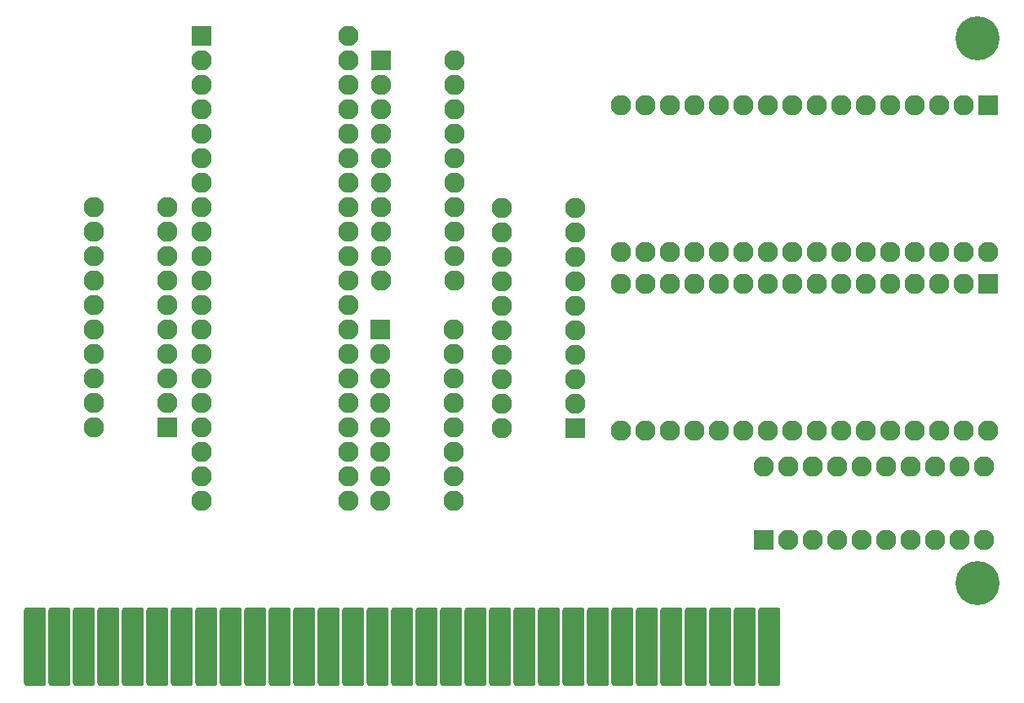
<source format=gbs>
%TF.GenerationSoftware,KiCad,Pcbnew,(6.0.9)*%
%TF.CreationDate,2023-01-14T12:16:42+02:00*%
%TF.ProjectId,CPU,4350552e-6b69-4636-9164-5f7063625858,rev?*%
%TF.SameCoordinates,Original*%
%TF.FileFunction,Soldermask,Bot*%
%TF.FilePolarity,Negative*%
%FSLAX46Y46*%
G04 Gerber Fmt 4.6, Leading zero omitted, Abs format (unit mm)*
G04 Created by KiCad (PCBNEW (6.0.9)) date 2023-01-14 12:16:42*
%MOMM*%
%LPD*%
G01*
G04 APERTURE LIST*
G04 Aperture macros list*
%AMRoundRect*
0 Rectangle with rounded corners*
0 $1 Rounding radius*
0 $2 $3 $4 $5 $6 $7 $8 $9 X,Y pos of 4 corners*
0 Add a 4 corners polygon primitive as box body*
4,1,4,$2,$3,$4,$5,$6,$7,$8,$9,$2,$3,0*
0 Add four circle primitives for the rounded corners*
1,1,$1+$1,$2,$3*
1,1,$1+$1,$4,$5*
1,1,$1+$1,$6,$7*
1,1,$1+$1,$8,$9*
0 Add four rect primitives between the rounded corners*
20,1,$1+$1,$2,$3,$4,$5,0*
20,1,$1+$1,$4,$5,$6,$7,0*
20,1,$1+$1,$6,$7,$8,$9,0*
20,1,$1+$1,$8,$9,$2,$3,0*%
G04 Aperture macros list end*
%ADD10O,2.108000X2.108000*%
%ADD11RoundRect,0.254000X-0.800000X0.800000X-0.800000X-0.800000X0.800000X-0.800000X0.800000X0.800000X0*%
%ADD12RoundRect,0.254000X-0.889000X-3.810000X0.889000X-3.810000X0.889000X3.810000X-0.889000X3.810000X0*%
%ADD13RoundRect,0.254000X0.800000X0.800000X-0.800000X0.800000X-0.800000X-0.800000X0.800000X-0.800000X0*%
%ADD14RoundRect,0.254000X0.800000X-0.800000X0.800000X0.800000X-0.800000X0.800000X-0.800000X-0.800000X0*%
%ADD15RoundRect,0.254000X-0.800000X-0.800000X0.800000X-0.800000X0.800000X0.800000X-0.800000X0.800000X0*%
%ADD16C,4.572000*%
G04 APERTURE END LIST*
D10*
%TO.C,U19*%
X203000000Y-108015000D03*
X200460000Y-108015000D03*
X197920000Y-108015000D03*
X195380000Y-108015000D03*
X192840000Y-108015000D03*
X190300000Y-108015000D03*
X187760000Y-108015000D03*
X185220000Y-108015000D03*
X182680000Y-108015000D03*
X180140000Y-108015000D03*
X177600000Y-108015000D03*
X175060000Y-108015000D03*
X172520000Y-108015000D03*
X169980000Y-108015000D03*
X167440000Y-108015000D03*
X164900000Y-108015000D03*
X164900000Y-92775000D03*
X167440000Y-92775000D03*
X169980000Y-92775000D03*
X172520000Y-92775000D03*
X175060000Y-92775000D03*
X177600000Y-92775000D03*
X180140000Y-92775000D03*
X182680000Y-92775000D03*
X185220000Y-92775000D03*
X187760000Y-92775000D03*
X190300000Y-92775000D03*
X192840000Y-92775000D03*
X195380000Y-92775000D03*
X197920000Y-92775000D03*
X200460000Y-92775000D03*
D11*
X203000000Y-92775000D03*
%TD*%
D12*
%TO.C,BUS1*%
X180340000Y-130492500D03*
X177800000Y-130492500D03*
X175260000Y-130492500D03*
X172720000Y-130492500D03*
X170180000Y-130492500D03*
X167640000Y-130492500D03*
X165100000Y-130492500D03*
X162560000Y-130492500D03*
X160020000Y-130492500D03*
X157480000Y-130492500D03*
X154940000Y-130492500D03*
X152400000Y-130492500D03*
X149860000Y-130492500D03*
X147320000Y-130492500D03*
X144780000Y-130492500D03*
X142240000Y-130492500D03*
X139700000Y-130492500D03*
X137160000Y-130492500D03*
X134620000Y-130492500D03*
X132080000Y-130492500D03*
X129540000Y-130492500D03*
X127000000Y-130492500D03*
X124460000Y-130492500D03*
X121920000Y-130492500D03*
X119380000Y-130492500D03*
X116840000Y-130492500D03*
X114300000Y-130492500D03*
X111760000Y-130492500D03*
X109220000Y-130492500D03*
X106680000Y-130492500D03*
X104140000Y-130492500D03*
%TD*%
D13*
%TO.C,U2*%
X160150000Y-107775000D03*
D10*
X160150000Y-105235000D03*
X160150000Y-102695000D03*
X160150000Y-100155000D03*
X160150000Y-97615000D03*
X160150000Y-95075000D03*
X160150000Y-92535000D03*
X160150000Y-89995000D03*
X160150000Y-87455000D03*
X160150000Y-84915000D03*
X152530000Y-84915000D03*
X152530000Y-87455000D03*
X152530000Y-89995000D03*
X152530000Y-92535000D03*
X152530000Y-95075000D03*
X152530000Y-97615000D03*
X152530000Y-100155000D03*
X152530000Y-102695000D03*
X152530000Y-105235000D03*
X152530000Y-107775000D03*
%TD*%
D14*
%TO.C,U21*%
X179725000Y-119350000D03*
D10*
X182265000Y-119350000D03*
X184805000Y-119350000D03*
X187345000Y-119350000D03*
X189885000Y-119350000D03*
X192425000Y-119350000D03*
X194965000Y-119350000D03*
X197505000Y-119350000D03*
X200045000Y-119350000D03*
X202585000Y-119350000D03*
X202585000Y-111730000D03*
X200045000Y-111730000D03*
X197505000Y-111730000D03*
X194965000Y-111730000D03*
X192425000Y-111730000D03*
X189885000Y-111730000D03*
X187345000Y-111730000D03*
X184805000Y-111730000D03*
X182265000Y-111730000D03*
X179725000Y-111730000D03*
%TD*%
D15*
%TO.C,U1*%
X121407000Y-67061000D03*
D10*
X121407000Y-69601000D03*
X121407000Y-72141000D03*
X121407000Y-74681000D03*
X121407000Y-77221000D03*
X121407000Y-79761000D03*
X121407000Y-82301000D03*
X121407000Y-84841000D03*
X121407000Y-87381000D03*
X121407000Y-89921000D03*
X121407000Y-92461000D03*
X121407000Y-95001000D03*
X121407000Y-97541000D03*
X121407000Y-100081000D03*
X121407000Y-102621000D03*
X121407000Y-105161000D03*
X121407000Y-107701000D03*
X121407000Y-110241000D03*
X121407000Y-112781000D03*
X121407000Y-115321000D03*
X136647000Y-115321000D03*
X136647000Y-112781000D03*
X136647000Y-110241000D03*
X136647000Y-107701000D03*
X136647000Y-105161000D03*
X136647000Y-102621000D03*
X136647000Y-100081000D03*
X136647000Y-97541000D03*
X136647000Y-95001000D03*
X136647000Y-92461000D03*
X136647000Y-89921000D03*
X136647000Y-87381000D03*
X136647000Y-84841000D03*
X136647000Y-82301000D03*
X136647000Y-79761000D03*
X136647000Y-77221000D03*
X136647000Y-74681000D03*
X136647000Y-72141000D03*
X136647000Y-69601000D03*
X136647000Y-67061000D03*
%TD*%
D15*
%TO.C,U7*%
X139964000Y-69601000D03*
D10*
X139964000Y-72141000D03*
X139964000Y-74681000D03*
X139964000Y-77221000D03*
X139964000Y-79761000D03*
X139964000Y-82301000D03*
X139964000Y-84841000D03*
X139964000Y-87381000D03*
X139964000Y-89921000D03*
X139964000Y-92461000D03*
X147584000Y-92461000D03*
X147584000Y-89921000D03*
X147584000Y-87381000D03*
X147584000Y-84841000D03*
X147584000Y-82301000D03*
X147584000Y-79761000D03*
X147584000Y-77221000D03*
X147584000Y-74681000D03*
X147584000Y-72141000D03*
X147584000Y-69601000D03*
%TD*%
D15*
%TO.C,U4*%
X139954000Y-97536000D03*
D10*
X139954000Y-100076000D03*
X139954000Y-102616000D03*
X139954000Y-105156000D03*
X139954000Y-107696000D03*
X139954000Y-110236000D03*
X139954000Y-112776000D03*
X139954000Y-115316000D03*
X147574000Y-115316000D03*
X147574000Y-112776000D03*
X147574000Y-110236000D03*
X147574000Y-107696000D03*
X147574000Y-105156000D03*
X147574000Y-102616000D03*
X147574000Y-100076000D03*
X147574000Y-97536000D03*
%TD*%
D13*
%TO.C,U3*%
X117846000Y-107691000D03*
D10*
X117846000Y-105151000D03*
X117846000Y-102611000D03*
X117846000Y-100071000D03*
X117846000Y-97531000D03*
X117846000Y-94991000D03*
X117846000Y-92451000D03*
X117846000Y-89911000D03*
X117846000Y-87371000D03*
X117846000Y-84831000D03*
X110226000Y-84831000D03*
X110226000Y-87371000D03*
X110226000Y-89911000D03*
X110226000Y-92451000D03*
X110226000Y-94991000D03*
X110226000Y-97531000D03*
X110226000Y-100071000D03*
X110226000Y-102611000D03*
X110226000Y-105151000D03*
X110226000Y-107691000D03*
%TD*%
D16*
%TO.C,HOLE1*%
X201930000Y-67310000D03*
%TD*%
%TO.C,HOLE2*%
X201930000Y-123825000D03*
%TD*%
D11*
%TO.C,U5*%
X203000000Y-74275000D03*
D10*
X200460000Y-74275000D03*
X197920000Y-74275000D03*
X195380000Y-74275000D03*
X192840000Y-74275000D03*
X190300000Y-74275000D03*
X187760000Y-74275000D03*
X185220000Y-74275000D03*
X182680000Y-74275000D03*
X180140000Y-74275000D03*
X177600000Y-74275000D03*
X175060000Y-74275000D03*
X172520000Y-74275000D03*
X169980000Y-74275000D03*
X167440000Y-74275000D03*
X164900000Y-74275000D03*
X164900000Y-89515000D03*
X167440000Y-89515000D03*
X169980000Y-89515000D03*
X172520000Y-89515000D03*
X175060000Y-89515000D03*
X177600000Y-89515000D03*
X180140000Y-89515000D03*
X182680000Y-89515000D03*
X185220000Y-89515000D03*
X187760000Y-89515000D03*
X190300000Y-89515000D03*
X192840000Y-89515000D03*
X195380000Y-89515000D03*
X197920000Y-89515000D03*
X200460000Y-89515000D03*
X203000000Y-89515000D03*
%TD*%
M02*

</source>
